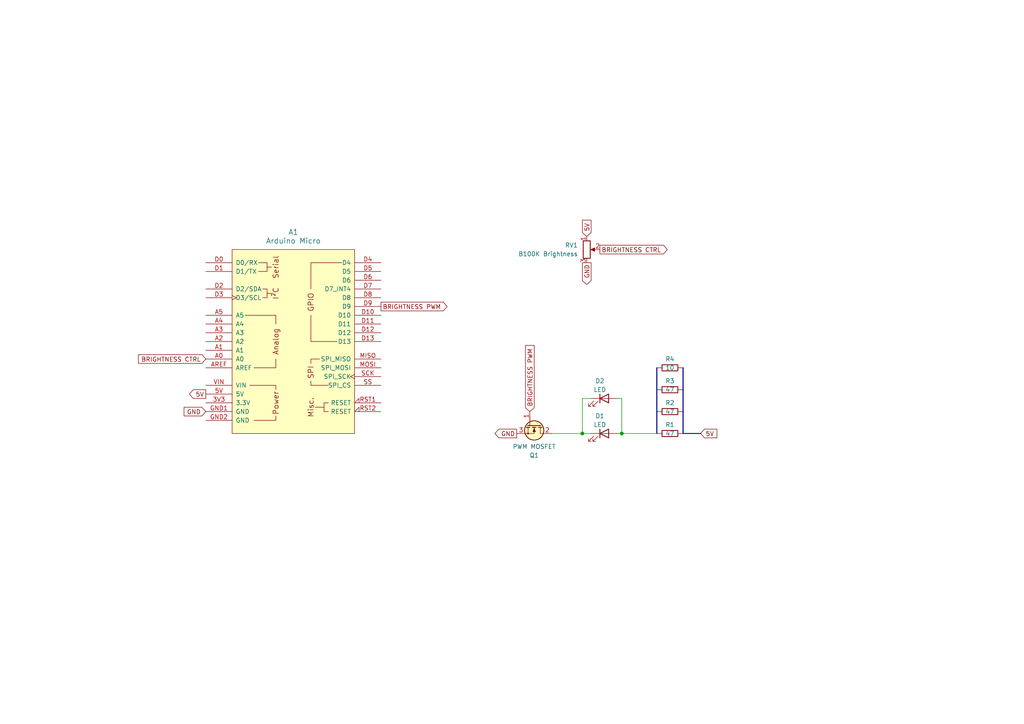
<source format=kicad_sch>
(kicad_sch (version 20230121) (generator eeschema)
  (paper "A4")
  (title_block (title "Rose Heart") (date "2024-03-28") (rev "1") (company "Benterprise") (comment 1 "<3"))
  (lib_symbols
    (symbol "Device:LED" (pin_numbers hide) (pin_names (offset 1.016) hide)
      (property "Reference" "D" (at 0 2.54 0))
      (property "Value" "LED" (at 0 -2.54 0))
      (symbol "LED_0_1"
        (polyline (pts (xy -1.27 -1.27) (xy -1.27 1.27)) (stroke (width 0.254)))
        (polyline (pts (xy -1.27 0) (xy 1.27 0)))
        (polyline (pts (xy 1.27 -1.27) (xy 1.27 1.27) (xy -1.27 0) (xy 1.27 -1.27)) (stroke (width 0.254)))
        (polyline (pts (xy -3.048 -0.762) (xy -4.572 -2.286) (xy -3.81 -2.286) (xy -4.572 -2.286) (xy -4.572 -1.524)))
        (polyline (pts (xy -1.778 -0.762) (xy -3.302 -2.286) (xy -2.54 -2.286) (xy -3.302 -2.286) (xy -3.302 -1.524)))
      )
      (symbol "LED_1_1"
        (pin passive line (at -3.81 0 0) (length 2.54) (name "K") (number "1"))
        (pin passive line (at 3.81 0 180) (length 2.54) (name "A") (number "2"))
      )
    )
    (symbol "Device:R_Potentiometer" (pin_names (offset 1.016) hide)
      (property "Reference" "RV1" (at -2.54 1.27 0))
      (property "Value" "B100K Brightness" (at -2.54 -1.27 0))
      (symbol "R_Potentiometer_0_1"
        (polyline (pts (xy 2.54 0) (xy 1.524 0)))
        (polyline (pts (xy 1.143 0) (xy 2.286 0.508) (xy 2.286 -0.508) (xy 1.143 0)) (fill (type outline)))
        (rectangle (start 1.016 2.54) (end -1.016 -2.54) (stroke (width 0.254)))
      )
      (symbol "R_Potentiometer_1_1"
        (pin passive line (at 0 3.81 270) (length 1.27) (name "1") (number "1"))
        (pin passive line (at 3.81 0 180) (length 1.27) (name "2") (number "2"))
        (pin passive line (at 0 -3.81 90) (length 1.27) (name "3") (number "3"))
      )
    )
    (symbol "PCM_SL_Devices:Resistor"
      (property "Reference" "R" (at 0 5.08 0))
      (property "Value" "Resistor" (at 0 2.54 0))
      (symbol "Resistor_0_1"
        (rectangle (start -2.286 0.889) (end 2.286 -0.889) (stroke (width 0.24)))
      )
      (symbol "Resistor_1_1"
        (pin passive line (at -3.81 0 0) (length 1.5) (name "") (number "1"))
        (pin passive line (at 3.81 0 180) (length 1.5) (name "~") (number "2"))
      )
    )
    (symbol "PCM_Transistor_MOSFET_AKL:IRFZ44N" (pin_names hide)
      (property "Reference" "Q" (at 5.08 1.27 0))
      (property "Value" "IRFZ44N" (at 5.08 -1.27 0))
      (symbol "IRFZ44N_0_1"
        (polyline (pts (xy 0.254 -1.27) (xy -2.54 -1.27)))
        (polyline (pts (xy 0.254 1.905) (xy 0.254 -1.905)) (stroke (width 0.254)))
        (polyline (pts (xy 0.762 -1.778) (xy 2.54 -1.778)))
        (polyline (pts (xy 0.762 -1.27) (xy 0.762 -2.286)) (stroke (width 0.254)))
        (polyline (pts (xy 0.762 0.508) (xy 0.762 -0.508)) (stroke (width 0.254)))
        (polyline (pts (xy 0.762 2.286) (xy 0.762 1.27)) (stroke (width 0.254)))
        (polyline (pts (xy 2.54 1.778) (xy 0.762 1.778)))
        (polyline (pts (xy 2.54 2.54) (xy 2.54 1.778)))
        (polyline (pts (xy 2.54 -2.54) (xy 2.54 0) (xy 0.762 0)))
        (polyline (pts (xy 1.016 0) (xy 2.032 0.381) (xy 2.032 -0.381) (xy 1.016 0)) (fill (type outline)))
        (circle (center 1.651 0) (radius 2.794) (stroke (width 0.254)) (fill (type background)))
        (circle (center 2.54 -1.778) (radius 0.1778) (fill (type outline)))
      )
      (symbol "IRFZ44N_1_1"
        (pin input line (at -3.81 -1.27 0) (length 2.54) (name "G") (number "1"))
        (pin passive line (at 2.54 5.08 270) (length 2.54) (name "D") (number "2"))
        (pin passive line (at 2.54 -5.08 90) (length 2.54) (name "S") (number "3"))
      )
    )
    (symbol "PCM_arduino-library:Arduino_Micro_Socket" (pin_names (offset 1.016))
      (property "Reference" "A" (at 0 33.02 0))
      (property "Value" "Arduino_Micro_Socket" (at 0 29.21 0))
      (symbol "Arduino_Micro_Socket_0_0"
        (rectangle (start -17.78 26.67) (end 17.78 -26.67) (fill (type background)))
        (polyline (pts (xy -7.62 13.97) (xy -6.35 13.97)))
        (polyline (pts (xy -7.62 21.59) (xy -6.35 21.59)))
        (polyline (pts (xy 8.89 -19.05) (xy 6.35 -19.05)))
        (polyline (pts (xy -11.43 -22.86) (xy -5.08 -22.86) (xy -5.08 -21.59)))
        (polyline (pts (xy -5.08 -13.97) (xy -5.08 -12.7) (xy -12.7 -12.7)))
        (polyline (pts (xy -5.08 -5.08) (xy -5.08 -7.62) (xy -11.43 -7.62)))
        (polyline (pts (xy -5.08 5.08) (xy -5.08 7.62) (xy -13.97 7.62)))
        (polyline (pts (xy 5.08 -11.43) (xy 5.08 -12.7) (xy 10.16 -12.7)))
        (polyline (pts (xy 5.08 7.62) (xy 5.08 0) (xy 12.7 0)))
        (polyline (pts (xy 7.62 -5.08) (xy 5.08 -5.08) (xy 5.08 -6.35)))
        (polyline (pts (xy 13.97 22.86) (xy 5.08 22.86) (xy 5.08 15.24)))
        (polyline (pts (xy -10.16 22.86) (xy -7.62 22.86) (xy -7.62 20.32) (xy -10.16 20.32)))
        (polyline (pts (xy -8.89 15.24) (xy -7.62 15.24) (xy -7.62 12.7) (xy -8.89 12.7)))
        (text "Analog" (at -5.08 0 900) (effects (font (size 1.524 1.524))))
        (text "I²C" (at -5.08 13.97 900) (effects (font (size 1.524 1.524))))
        (text "Misc." (at 5.08 -19.05 900) (effects (font (size 1.524 1.524))))
        (text "Power" (at -5.08 -17.78 900) (effects (font (size 1.524 1.524))))
        (text "Serial" (at -5.08 21.59 900) (effects (font (size 1.524 1.524))))
        (text "SPI" (at 5.08 -8.89 900) (effects (font (size 1.524 1.524))))
      )
      (symbol "Arduino_Micro_Socket_0_1"
        (polyline (pts (xy 10.16 -17.78) (xy 8.89 -17.78) (xy 8.89 -20.32) (xy 10.16 -20.32)))
      )
      (symbol "Arduino_Micro_Socket_1_0"
        (text "GPIO" (at 5.08 11.43 900) (effects (font (size 1.524 1.524))))
      )
      (symbol "Arduino_Micro_Socket_1_1"
        (pin power_out line (at -25.4 -17.78 0) (length 7.62) (name "3.3V") (number "3V3"))
        (pin power_in line (at -25.4 -15.24 0) (length 7.62) (name "5V") (number "5V"))
        (pin bidirectional line (at -25.4 -5.08 0) (length 7.62) (name "A0") (number "A0"))
        (pin bidirectional line (at -25.4 -2.54 0) (length 7.62) (name "A1") (number "A1"))
        (pin bidirectional line (at -25.4 0 0) (length 7.62) (name "A2") (number "A2"))
        (pin bidirectional line (at -25.4 2.54 0) (length 7.62) (name "A3") (number "A3"))
        (pin bidirectional line (at -25.4 5.08 0) (length 7.62) (name "A4") (number "A4"))
        (pin bidirectional line (at -25.4 7.62 0) (length 7.62) (name "A5") (number "A5"))
        (pin input line (at -25.4 -7.62 0) (length 7.62) (name "AREF") (number "AREF"))
        (pin bidirectional line (at -25.4 22.86 0) (length 7.62) (name "D0/RX") (number "D0"))
        (pin bidirectional line (at -25.4 20.32 0) (length 7.62) (name "D1/TX") (number "D1"))
        (pin bidirectional line (at 25.4 7.62 180) (length 7.62) (name "D10") (number "D10"))
        (pin bidirectional line (at 25.4 5.08 180) (length 7.62) (name "D11") (number "D11"))
        (pin bidirectional line (at 25.4 2.54 180) (length 7.62) (name "D12") (number "D12"))
        (pin bidirectional line (at 25.4 0 180) (length 7.62) (name "D13") (number "D13"))
        (pin bidirectional line (at -25.4 15.24 0) (length 7.62) (name "D2/SDA") (number "D2"))
        (pin bidirectional clock (at -25.4 12.7 0) (length 7.62) (name "D3/SCL") (number "D3"))
        (pin bidirectional line (at 25.4 22.86 180) (length 7.62) (name "D4") (number "D4"))
        (pin bidirectional line (at 25.4 20.32 180) (length 7.62) (name "D5") (number "D5"))
        (pin bidirectional line (at 25.4 17.78 180) (length 7.62) (name "D6") (number "D6"))
        (pin bidirectional line (at 25.4 15.24 180) (length 7.62) (name "D7_INT4") (number "D7"))
        (pin bidirectional line (at 25.4 12.7 180) (length 7.62) (name "D8") (number "D8"))
        (pin bidirectional line (at 25.4 10.16 180) (length 7.62) (name "D9") (number "D9"))
        (pin power_in line (at -25.4 -20.32 0) (length 7.62) (name "GND") (number "GND1"))
        (pin power_in line (at -25.4 -22.86 0) (length 7.62) (name "GND") (number "GND2"))
        (pin input line (at 25.4 -5.08 180) (length 7.62) (name "SPI_MISO") (number "MISO"))
        (pin output line (at 25.4 -7.62 180) (length 7.62) (name "SPI_MOSI") (number "MOSI"))
        (pin open_collector input_low (at 25.4 -17.78 180) (length 7.62) (name "RESET") (number "RST1"))
        (pin open_collector input_low (at 25.4 -20.32 180) (length 7.62) (name "RESET") (number "RST2"))
        (pin output clock (at 25.4 -10.16 180) (length 7.62) (name "SPI_SCK") (number "SCK"))
        (pin bidirectional line (at 25.4 -12.7 180) (length 7.62) (name "SPI_CS") (number "SS"))
        (pin power_in line (at -25.4 -12.7 0) (length 7.62) (name "VIN") (number "VIN"))
      )
    )
  )
  (junction (at 168.91 125.73))
  (junction (at 180.34 125.73))
  (bus (pts (xy 190.5 106.68) (xy 190.5 125.73)))
  (wire (pts (xy 180.34 115.57) (xy 179.07 115.57)))
  (wire (pts (xy 180.34 115.57) (xy 180.34 125.73)))
  (wire (pts (xy 160.02 125.73) (xy 168.91 125.73)))
  (wire (pts (xy 168.91 125.73) (xy 171.45 125.73)))
  (bus (pts (xy 198.12 125.73) (xy 203.2 125.73)))
  (wire (pts (xy 168.91 115.57) (xy 171.45 115.57)))
  (bus (pts (xy 198.12 106.68) (xy 198.12 125.73)))
  (wire (pts (xy 203.2 125.73) (xy 198.12 125.73)))
  (wire (pts (xy 168.91 115.57) (xy 168.91 125.73)))
  (wire (pts (xy 180.34 125.73) (xy 190.5 125.73)))
  (wire (pts (xy 180.34 125.73) (xy 179.07 125.73)))
  (global_label "GND" (shape output) (at 170.18 76.2 270) (property "Intersheetrefs" "${INTERSHEET_REFS}" (effects hide)))
  (global_label "GND" (shape output) (at 149.86 125.73 180) (property "Intersheetrefs" "${INTERSHEET_REFS}" (effects hide)))
  (global_label "5V" (shape input) (at 203.2 125.73 0) (property "Intersheetrefs" "${INTERSHEET_REFS}" (effects hide)))
  (global_label "BRIGHTNESS CTRL" (shape output) (at 173.99 72.39 0) (property "Intersheetrefs" "${INTERSHEET_REFS}" (effects hide)))
  (global_label "5V" (shape input) (at 170.18 68.58 90) (property "Intersheetrefs" "${INTERSHEET_REFS}" (effects hide)))
  (global_label "BRIGHTNESS PWM" (shape input) (at 153.67 119.38 90) (property "Intersheetrefs" "${INTERSHEET_REFS}" (effects hide)))
  (global_label "GND" (shape input) (at 59.69 119.38 180) (property "Intersheetrefs" "${INTERSHEET_REFS}" (effects hide)))
  (global_label "5V" (shape output) (at 59.69 114.3 180) (property "Intersheetrefs" "${INTERSHEET_REFS}" (effects hide)))
  (global_label "BRIGHTNESS CTRL" (shape input) (at 59.69 104.14 180) (property "Intersheetrefs" "${INTERSHEET_REFS}" (effects hide)))
  (global_label "BRIGHTNESS PWM" (shape output) (at 110.49 88.9 0) (property "Intersheetrefs" "${INTERSHEET_REFS}" (effects hide)))
  (symbol (lib_id "PCM_SL_Devices:Resistor") (at 194.31 113.03 0) (unit 1)
    (property "Reference" "R3" (at 194.31 110.49 0))
    (property "Value" "47" (at 194.31 113.03 0))
    (property "Footprint" "Resistor_THT:R_Axial_DIN0207_L6.3mm_D2.5mm_P10.16mm_Horizontal" (effects hide))
  )
  (symbol (lib_id "Device:LED") (at 175.26 125.73 0) (unit 1)
    (property "Reference" "D1" (at 173.99 120.65 0))
    (property "Value" "LED" (at 173.99 123.19 0))
  )
  (symbol (lib_id "PCM_SL_Devices:Resistor") (at 194.31 106.68 0) (unit 1)
    (property "Reference" "R4" (at 194.31 104.14 0))
    (property "Value" "10" (at 194.31 106.68 0))
    (property "Footprint" "Resistor_THT:R_Axial_DIN0207_L6.3mm_D2.5mm_P10.16mm_Horizontal" (effects hide))
  )
  (symbol (lib_id "PCM_SL_Devices:Resistor") (at 194.31 125.73 0) (unit 1)
    (property "Reference" "R1" (at 194.31 123.19 0))
    (property "Value" "47" (at 194.31 125.73 0))
    (property "Footprint" "Resistor_THT:R_Axial_DIN0207_L6.3mm_D2.5mm_P10.16mm_Horizontal" (effects hide))
  )
  (symbol (lib_id "Device:LED") (at 175.26 115.57 0) (unit 1)
    (property "Reference" "D2" (at 173.99 110.49 0))
    (property "Value" "LED" (at 173.99 113.03 0))
  )
  (symbol (lib_id "PCM_Transistor_MOSFET_AKL:IRFZ44N") (at 154.94 123.19 270) (unit 1)
    (property "Reference" "Q1" (at 154.94 132.08 90))
    (property "Value" "PWM MOSFET" (at 154.94 129.54 90))
    (property "Footprint" "Package_TO_SOT_THT_AKL:TO-220-3_Vertical_GDS" (effects hide))
    (property "Datasheet" "https://www.tme.eu/Document/057c54506cb7c07cd36d9e96d4a41c5b/irfz44n.pdf" (effects hide))
  )
  (symbol (lib_id "PCM_SL_Devices:Resistor") (at 194.31 119.38 0) (unit 1)
    (property "Reference" "R2" (at 194.31 116.84 0))
    (property "Value" "47" (at 194.31 119.38 0))
    (property "Footprint" "Resistor_THT:R_Axial_DIN0207_L6.3mm_D2.5mm_P10.16mm_Horizontal" (effects hide))
  )
  (symbol (lib_id "Device:R_Potentiometer") (at 170.18 72.39 0) (unit 1)
    (property "Reference" "RV1" (at 167.64 71.12 0) (effects (justify right)))
    (property "Value" "B100K Brightness" (at 167.64 73.66 0) (effects (justify right)))
  )
  (symbol (lib_id "PCM_arduino-library:Arduino_Micro_Socket") (at 85.09 99.06 0) (unit 1)
    (property "Reference" "A1" (at 85.09 67.31 0) (effects (font (size 1.524 1.524))))
    (property "Value" "Arduino Micro" (at 85.09 69.85 0) (effects (font (size 1.524 1.524))))
    (property "Footprint" "PCM_arduino-library:Arduino_Micro_Socket" (effects hide))
    (property "Datasheet" "https://docs.arduino.cc/hardware/micro" (effects hide))
  )
)
</source>
